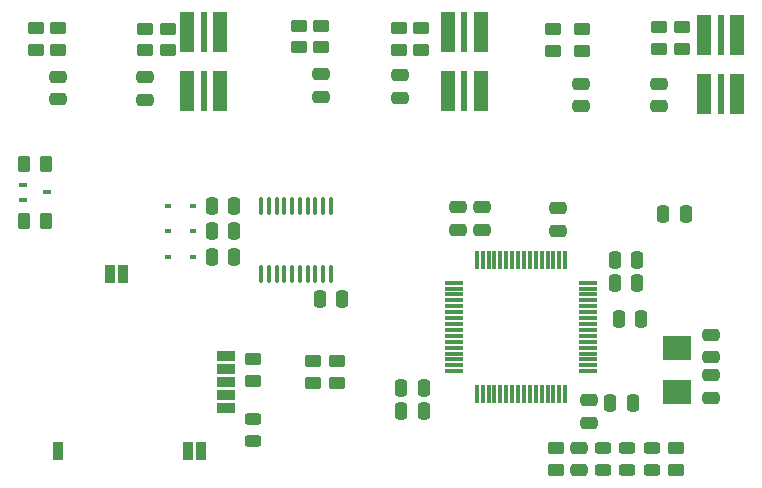
<source format=gtp>
G04 #@! TF.GenerationSoftware,KiCad,Pcbnew,(6.0.7-1)-1*
G04 #@! TF.CreationDate,2022-08-22T21:17:02+02:00*
G04 #@! TF.ProjectId,FROST-ESC,46524f53-542d-4455-9343-2e6b69636164,rev?*
G04 #@! TF.SameCoordinates,Original*
G04 #@! TF.FileFunction,Paste,Top*
G04 #@! TF.FilePolarity,Positive*
%FSLAX46Y46*%
G04 Gerber Fmt 4.6, Leading zero omitted, Abs format (unit mm)*
G04 Created by KiCad (PCBNEW (6.0.7-1)-1) date 2022-08-22 21:17:02*
%MOMM*%
%LPD*%
G01*
G04 APERTURE LIST*
G04 Aperture macros list*
%AMRoundRect*
0 Rectangle with rounded corners*
0 $1 Rounding radius*
0 $2 $3 $4 $5 $6 $7 $8 $9 X,Y pos of 4 corners*
0 Add a 4 corners polygon primitive as box body*
4,1,4,$2,$3,$4,$5,$6,$7,$8,$9,$2,$3,0*
0 Add four circle primitives for the rounded corners*
1,1,$1+$1,$2,$3*
1,1,$1+$1,$4,$5*
1,1,$1+$1,$6,$7*
1,1,$1+$1,$8,$9*
0 Add four rect primitives between the rounded corners*
20,1,$1+$1,$2,$3,$4,$5,0*
20,1,$1+$1,$4,$5,$6,$7,0*
20,1,$1+$1,$6,$7,$8,$9,0*
20,1,$1+$1,$8,$9,$2,$3,0*%
G04 Aperture macros list end*
%ADD10RoundRect,0.080000X-0.320000X0.720000X-0.320000X-0.720000X0.320000X-0.720000X0.320000X0.720000X0*%
%ADD11RoundRect,0.080000X-0.720000X-0.320000X0.720000X-0.320000X0.720000X0.320000X-0.720000X0.320000X0*%
%ADD12R,1.200000X3.400000*%
%ADD13R,0.600000X3.400000*%
%ADD14RoundRect,0.100000X0.100000X-0.637500X0.100000X0.637500X-0.100000X0.637500X-0.100000X-0.637500X0*%
%ADD15RoundRect,0.250000X-0.475000X0.250000X-0.475000X-0.250000X0.475000X-0.250000X0.475000X0.250000X0*%
%ADD16RoundRect,0.250000X0.475000X-0.250000X0.475000X0.250000X-0.475000X0.250000X-0.475000X-0.250000X0*%
%ADD17RoundRect,0.250000X-0.250000X-0.475000X0.250000X-0.475000X0.250000X0.475000X-0.250000X0.475000X0*%
%ADD18RoundRect,0.250000X0.450000X-0.262500X0.450000X0.262500X-0.450000X0.262500X-0.450000X-0.262500X0*%
%ADD19R,0.700000X0.450000*%
%ADD20RoundRect,0.243750X0.456250X-0.243750X0.456250X0.243750X-0.456250X0.243750X-0.456250X-0.243750X0*%
%ADD21R,0.600000X0.450000*%
%ADD22RoundRect,0.250000X0.250000X0.475000X-0.250000X0.475000X-0.250000X-0.475000X0.250000X-0.475000X0*%
%ADD23RoundRect,0.250000X-0.450000X0.262500X-0.450000X-0.262500X0.450000X-0.262500X0.450000X0.262500X0*%
%ADD24R,2.400000X2.000000*%
%ADD25RoundRect,0.250000X-0.262500X-0.450000X0.262500X-0.450000X0.262500X0.450000X-0.262500X0.450000X0*%
%ADD26RoundRect,0.075000X0.700000X0.075000X-0.700000X0.075000X-0.700000X-0.075000X0.700000X-0.075000X0*%
%ADD27RoundRect,0.075000X0.075000X0.700000X-0.075000X0.700000X-0.075000X-0.700000X0.075000X-0.700000X0*%
G04 APERTURE END LIST*
D10*
X71860000Y-81490000D03*
X82860000Y-81490000D03*
X83960000Y-81490000D03*
D11*
X86060000Y-77840000D03*
X86060000Y-76740000D03*
X86060000Y-75640000D03*
X86060000Y-74540000D03*
X86060000Y-73440000D03*
D10*
X77360000Y-66490000D03*
X76260000Y-66490000D03*
D12*
X85600000Y-45950000D03*
X82800000Y-45950000D03*
D13*
X84200000Y-45950000D03*
X84200000Y-50950000D03*
D12*
X82800000Y-50950000D03*
X85600000Y-50950000D03*
X104850000Y-51000000D03*
X107650000Y-51000000D03*
D13*
X106250000Y-51000000D03*
X106250000Y-46000000D03*
D12*
X104850000Y-46000000D03*
X107650000Y-46000000D03*
D14*
X89074639Y-66462500D03*
X89724639Y-66462500D03*
X90374639Y-66462500D03*
X91024639Y-66462500D03*
X91674639Y-66462500D03*
X92324639Y-66462500D03*
X92974639Y-66462500D03*
X93624639Y-66462500D03*
X94274639Y-66462500D03*
X94924639Y-66462500D03*
X94924639Y-60737500D03*
X94274639Y-60737500D03*
X93624639Y-60737500D03*
X92974639Y-60737500D03*
X92324639Y-60737500D03*
X91674639Y-60737500D03*
X91024639Y-60737500D03*
X90374639Y-60737500D03*
X89724639Y-60737500D03*
X89074639Y-60737500D03*
D15*
X116100000Y-50350000D03*
X116100000Y-52250000D03*
D16*
X105750000Y-62700000D03*
X105750000Y-60800000D03*
D17*
X119000000Y-67250000D03*
X120900000Y-67250000D03*
D16*
X127150000Y-76950000D03*
X127150000Y-75050000D03*
D17*
X119350000Y-70300000D03*
X121250000Y-70300000D03*
D18*
X92250000Y-47262500D03*
X92250000Y-45437500D03*
D15*
X116000000Y-81200000D03*
X116000000Y-83100000D03*
D19*
X68900000Y-58900000D03*
X68900000Y-60200000D03*
X70900000Y-59550000D03*
D15*
X127150000Y-71600000D03*
X127150000Y-73500000D03*
D20*
X120050000Y-83087500D03*
X120050000Y-81212500D03*
D21*
X81150000Y-65000000D03*
X83250000Y-65000000D03*
D18*
X124200000Y-83062500D03*
X124200000Y-81237500D03*
D22*
X102800000Y-76100000D03*
X100900000Y-76100000D03*
D23*
X71850000Y-45637500D03*
X71850000Y-47462500D03*
D16*
X114200000Y-62800000D03*
X114200000Y-60900000D03*
D15*
X122750000Y-50350000D03*
X122750000Y-52250000D03*
D21*
X83250000Y-62850000D03*
X81150000Y-62850000D03*
D15*
X94150000Y-49550000D03*
X94150000Y-51450000D03*
D23*
X88400000Y-73687500D03*
X88400000Y-75512500D03*
D17*
X84850000Y-62850000D03*
X86750000Y-62850000D03*
D24*
X124250000Y-76450000D03*
X124250000Y-72750000D03*
D21*
X83250000Y-60700000D03*
X81150000Y-60700000D03*
D16*
X107750000Y-62700000D03*
X107750000Y-60800000D03*
D17*
X94000000Y-68600000D03*
X95900000Y-68600000D03*
D12*
X129350000Y-46250000D03*
X126550000Y-46250000D03*
D13*
X127950000Y-46250000D03*
X127950000Y-51250000D03*
D12*
X129350000Y-51250000D03*
X126550000Y-51250000D03*
D18*
X124650000Y-47412500D03*
X124650000Y-45587500D03*
D17*
X119000000Y-65250000D03*
X120900000Y-65250000D03*
D25*
X68987500Y-61950000D03*
X70812500Y-61950000D03*
D18*
X69950000Y-47462500D03*
X69950000Y-45637500D03*
X102600000Y-47462500D03*
X102600000Y-45637500D03*
X113800000Y-47562500D03*
X113800000Y-45737500D03*
D26*
X116725000Y-74700000D03*
X116725000Y-74200000D03*
X116725000Y-73700000D03*
X116725000Y-73200000D03*
X116725000Y-72700000D03*
X116725000Y-72200000D03*
X116725000Y-71700000D03*
X116725000Y-71200000D03*
X116725000Y-70700000D03*
X116725000Y-70200000D03*
X116725000Y-69700000D03*
X116725000Y-69200000D03*
X116725000Y-68700000D03*
X116725000Y-68200000D03*
X116725000Y-67700000D03*
X116725000Y-67200000D03*
D27*
X114800000Y-65275000D03*
X114300000Y-65275000D03*
X113800000Y-65275000D03*
X113300000Y-65275000D03*
X112800000Y-65275000D03*
X112300000Y-65275000D03*
X111800000Y-65275000D03*
X111300000Y-65275000D03*
X110800000Y-65275000D03*
X110300000Y-65275000D03*
X109800000Y-65275000D03*
X109300000Y-65275000D03*
X108800000Y-65275000D03*
X108300000Y-65275000D03*
X107800000Y-65275000D03*
X107300000Y-65275000D03*
D26*
X105375000Y-67200000D03*
X105375000Y-67700000D03*
X105375000Y-68200000D03*
X105375000Y-68700000D03*
X105375000Y-69200000D03*
X105375000Y-69700000D03*
X105375000Y-70200000D03*
X105375000Y-70700000D03*
X105375000Y-71200000D03*
X105375000Y-71700000D03*
X105375000Y-72200000D03*
X105375000Y-72700000D03*
X105375000Y-73200000D03*
X105375000Y-73700000D03*
X105375000Y-74200000D03*
X105375000Y-74700000D03*
D27*
X107300000Y-76625000D03*
X107800000Y-76625000D03*
X108300000Y-76625000D03*
X108800000Y-76625000D03*
X109300000Y-76625000D03*
X109800000Y-76625000D03*
X110300000Y-76625000D03*
X110800000Y-76625000D03*
X111300000Y-76625000D03*
X111800000Y-76625000D03*
X112300000Y-76625000D03*
X112800000Y-76625000D03*
X113300000Y-76625000D03*
X113800000Y-76625000D03*
X114300000Y-76625000D03*
X114800000Y-76625000D03*
D18*
X81150000Y-47512500D03*
X81150000Y-45687500D03*
D22*
X102800000Y-78100000D03*
X100900000Y-78100000D03*
D18*
X114050000Y-83062500D03*
X114050000Y-81237500D03*
D22*
X125000000Y-61400000D03*
X123100000Y-61400000D03*
D23*
X116200000Y-45737500D03*
X116200000Y-47562500D03*
D20*
X122150000Y-83087500D03*
X122150000Y-81212500D03*
D15*
X79250000Y-49800000D03*
X79250000Y-51700000D03*
D23*
X122750000Y-45587500D03*
X122750000Y-47412500D03*
D18*
X95450000Y-75662500D03*
X95450000Y-73837500D03*
D20*
X117950000Y-83087500D03*
X117950000Y-81212500D03*
D15*
X100800000Y-49650000D03*
X100800000Y-51550000D03*
D25*
X68987500Y-57150000D03*
X70812500Y-57150000D03*
D15*
X116800000Y-77150000D03*
X116800000Y-79050000D03*
D20*
X88400000Y-80587500D03*
X88400000Y-78712500D03*
D17*
X84850000Y-65000000D03*
X86750000Y-65000000D03*
D15*
X71850000Y-49750000D03*
X71850000Y-51650000D03*
D23*
X100700000Y-45637500D03*
X100700000Y-47462500D03*
D17*
X84850000Y-60700000D03*
X86750000Y-60700000D03*
D23*
X79250000Y-45687500D03*
X79250000Y-47512500D03*
D18*
X93450000Y-75662500D03*
X93450000Y-73837500D03*
D23*
X94150000Y-45437500D03*
X94150000Y-47262500D03*
D17*
X118600000Y-77400000D03*
X120500000Y-77400000D03*
M02*

</source>
